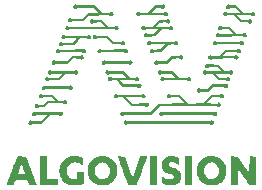
<source format=gts>
G04*
G04 #@! TF.GenerationSoftware,Altium Limited,Altium Designer,23.8.1 (32)*
G04*
G04 Layer_Color=8388736*
%FSLAX25Y25*%
%MOIN*%
G70*
G04*
G04 #@! TF.SameCoordinates,475EB795-6623-4B10-B830-88ECEB9CBB52*
G04*
G04*
G04 #@! TF.FilePolarity,Negative*
G04*
G01*
G75*
G36*
X278043Y85272D02*
X278362Y85069D01*
X278507Y84750D01*
X278449Y84228D01*
X278333Y84112D01*
X278304Y84025D01*
X278188Y83967D01*
X277898Y83851D01*
X277434Y83909D01*
X277231Y84054D01*
X277202Y84141D01*
X275289Y84083D01*
X273752Y82547D01*
X278014Y82518D01*
X278101Y82605D01*
X278130Y82692D01*
X278246Y82750D01*
X278536Y82866D01*
X278999Y82808D01*
X279318Y82489D01*
X279376Y82257D01*
X279318Y81793D01*
X279115Y81532D01*
X278999Y81474D01*
X278710Y81358D01*
X278333Y81445D01*
X278130Y81590D01*
X278014Y81706D01*
X270128Y81648D01*
X269954Y81474D01*
X269548Y81358D01*
X269171Y81503D01*
X269085Y81590D01*
X268998Y81619D01*
X268939Y81735D01*
X268824Y82025D01*
X268882Y82431D01*
X269142Y82750D01*
X269432Y82866D01*
X269896Y82808D01*
X270012Y82750D01*
X270041Y82721D01*
X270244Y82518D01*
X272621Y82576D01*
X275057Y85011D01*
X277202Y85069D01*
X277318Y85185D01*
X277608Y85301D01*
X277811Y85330D01*
X278043Y85272D01*
D02*
G37*
G36*
X299641Y85301D02*
X299931Y85127D01*
X300047Y85011D01*
X302250Y84953D01*
X304686Y82518D01*
X307063Y82576D01*
X307295Y82808D01*
X307527Y82866D01*
X307991Y82808D01*
X308252Y82605D01*
X308368Y82315D01*
X308397Y82054D01*
X308339Y81822D01*
X308049Y81474D01*
X307643Y81358D01*
X307266Y81503D01*
X307092Y81619D01*
X307063Y81706D01*
X302453Y81677D01*
X304048Y80083D01*
X306135Y80141D01*
X306367Y80373D01*
X306773Y80431D01*
X307063Y80373D01*
X307382Y80112D01*
X307498Y79706D01*
X307411Y79387D01*
X307266Y79184D01*
X307121Y79039D01*
X306715Y78923D01*
X306338Y79068D01*
X306135Y79271D01*
X303642Y79329D01*
X301265Y81706D01*
X299119Y81648D01*
X298945Y81474D01*
X298539Y81358D01*
X298163Y81503D01*
X297931Y81735D01*
X297815Y82025D01*
X297873Y82431D01*
X298134Y82750D01*
X298424Y82866D01*
X298945Y82808D01*
X299235Y82518D01*
X303439Y82547D01*
X303381Y82663D01*
X301845Y84199D01*
X300047Y84141D01*
X299989Y84083D01*
X299960Y84054D01*
X299815Y83909D01*
X299409Y83851D01*
X299061Y83909D01*
X298800Y84170D01*
X298685Y84460D01*
X298743Y84924D01*
X299061Y85243D01*
X299293Y85301D01*
X299467Y85359D01*
X299641Y85301D01*
D02*
G37*
G36*
X248791D02*
X249080Y85127D01*
X249197Y85011D01*
X254937Y84953D01*
X257372Y82518D01*
X259981Y82576D01*
X260097Y82692D01*
X260387Y82808D01*
X260590Y82837D01*
X260822Y82779D01*
X261112Y82605D01*
X261170Y82489D01*
X261286Y82199D01*
X261228Y81735D01*
X261112Y81619D01*
X261083Y81532D01*
X260967Y81474D01*
X260677Y81358D01*
X260213Y81416D01*
X259865Y81648D01*
X252965Y81590D01*
X251052Y79677D01*
X247399Y79619D01*
X247225Y79445D01*
X246819Y79329D01*
X246442Y79474D01*
X246152Y79764D01*
X246094Y80170D01*
X246152Y80401D01*
X246413Y80720D01*
X246703Y80836D01*
X247167Y80778D01*
X247486Y80518D01*
X250704Y80489D01*
X252733Y82518D01*
X256183Y82547D01*
X255024Y83706D01*
X254995Y83736D01*
X254531Y84199D01*
X249197Y84141D01*
X248965Y83909D01*
X248559Y83851D01*
X248211Y83909D01*
X247950Y84170D01*
X247834Y84460D01*
X247892Y84924D01*
X248211Y85243D01*
X248443Y85301D01*
X248617Y85359D01*
X248791Y85301D01*
D02*
G37*
G36*
X279869Y80373D02*
X280188Y80054D01*
X280246Y79648D01*
X280188Y79358D01*
X280072Y79242D01*
X280014Y79126D01*
X279753Y78981D01*
X279521Y78923D01*
X279289Y78981D01*
X278999Y79155D01*
X278884Y79271D01*
X276564Y79213D01*
X275202Y77850D01*
X279695Y77821D01*
X279927Y78053D01*
X280333Y78169D01*
X280652Y78082D01*
X280739Y77995D01*
X280855Y77937D01*
X280942Y77850D01*
X281058Y77560D01*
X281000Y77096D01*
X280739Y76778D01*
X280449Y76662D01*
X279985Y76720D01*
X279869Y76836D01*
X279782Y76865D01*
X279724Y76981D01*
X277434Y77010D01*
X275057Y74632D01*
X272737Y74574D01*
X272505Y74342D01*
X272099Y74284D01*
X271810Y74342D01*
X271491Y74661D01*
X271433Y74893D01*
X271491Y75415D01*
X271752Y75676D01*
X272158Y75792D01*
X272476Y75705D01*
X272679Y75560D01*
X272795Y75444D01*
X274767Y75502D01*
X276245Y76981D01*
X271926Y77010D01*
X271694Y76778D01*
X271404Y76662D01*
X270940Y76720D01*
X270621Y76981D01*
X270505Y77386D01*
X270563Y77734D01*
X270940Y78111D01*
X271346Y78169D01*
X271752Y77937D01*
X271868Y77821D01*
X274071Y77879D01*
X276274Y80083D01*
X277724D01*
X278884Y80141D01*
X278999Y80257D01*
X279115Y80314D01*
X279405Y80431D01*
X279869Y80373D01*
D02*
G37*
G36*
X254357D02*
X254676Y80112D01*
X255865Y80083D01*
X255922D01*
X257488Y80025D01*
X259691Y77821D01*
X261663Y77879D01*
X261837Y78053D01*
X262127Y78169D01*
X262532Y78111D01*
X262648Y77995D01*
X262764Y77937D01*
X262851Y77850D01*
X262967Y77560D01*
X262909Y77096D01*
X262648Y76778D01*
X262358Y76662D01*
X261895Y76720D01*
X261779Y76836D01*
X261692Y76865D01*
X261634Y76981D01*
X246587Y77010D01*
X246500Y76923D01*
X246471Y76836D01*
X246355Y76778D01*
X246065Y76662D01*
X245659Y76720D01*
X245341Y76981D01*
X245225Y77271D01*
X245283Y77734D01*
X245544Y78053D01*
X245950Y78169D01*
X246239Y78111D01*
X246558Y77850D01*
X258474Y77821D01*
X258503Y77850D01*
X257082Y79271D01*
X254589Y79213D01*
X254415Y79039D01*
X254009Y78923D01*
X253632Y79068D01*
X253400Y79300D01*
X253284Y79590D01*
X253342Y79996D01*
X253603Y80314D01*
X253893Y80431D01*
X254357Y80373D01*
D02*
G37*
G36*
X297235Y78082D02*
X297612Y77821D01*
X300105Y77763D01*
X302424Y75444D01*
X304396Y75502D01*
X304512Y75618D01*
X304628Y75676D01*
X304918Y75792D01*
X305265Y75734D01*
X305584Y75473D01*
X305700Y75183D01*
X305758Y75009D01*
X305700Y74835D01*
X305497Y74458D01*
X305381Y74400D01*
X305092Y74284D01*
X304628Y74342D01*
X304338Y74632D01*
X296684Y74574D01*
X296452Y74342D01*
X296046Y74284D01*
X295756Y74342D01*
X295496Y74545D01*
X295438Y74661D01*
X295321Y74951D01*
X295379Y75299D01*
X295640Y75618D01*
X296046Y75792D01*
X296394Y75734D01*
X296510Y75618D01*
X296626Y75560D01*
X296684Y75444D01*
X301236Y75473D01*
X299699Y77010D01*
X297496Y76952D01*
X297264Y76720D01*
X297032Y76662D01*
X296568Y76720D01*
X296249Y77039D01*
X296191Y77271D01*
Y77444D01*
Y77502D01*
X296249Y77734D01*
X296510Y78053D01*
X296916Y78169D01*
X297235Y78082D01*
D02*
G37*
G36*
X253429Y75038D02*
X253690Y74835D01*
X253806Y74545D01*
X253748Y74023D01*
X253429Y73704D01*
X253197Y73647D01*
X252733Y73704D01*
X252618Y73821D01*
X252531Y73849D01*
X252472Y73966D01*
X250066Y73994D01*
X249341Y73270D01*
X249284Y73154D01*
X247950Y71820D01*
X247921Y71733D01*
X244326Y71675D01*
X244268Y71559D01*
X244152Y71501D01*
X243862Y71385D01*
X243456Y71443D01*
X243137Y71704D01*
X243021Y71994D01*
X243079Y72458D01*
X243282Y72719D01*
X243398Y72777D01*
X243688Y72893D01*
X244036Y72835D01*
X244355Y72574D01*
X247515Y72545D01*
X247950Y72980D01*
X247979Y73009D01*
X248878Y73908D01*
X248849Y73994D01*
X245254Y73936D01*
X245080Y73763D01*
X244790Y73647D01*
X244268Y73704D01*
X243949Y74023D01*
X243891Y74429D01*
X243949Y74719D01*
X244065Y74835D01*
X244123Y74951D01*
X244616Y75154D01*
X244935Y75067D01*
X245138Y74922D01*
X245254Y74806D01*
X252502Y74864D01*
X252675Y75038D01*
X253139Y75154D01*
X253429Y75038D01*
D02*
G37*
G36*
X304309Y73038D02*
X304396Y72951D01*
X304512Y72893D01*
X304599Y72806D01*
X304715Y72516D01*
X304657Y71994D01*
X304338Y71675D01*
X304106Y71617D01*
X303642Y71675D01*
X303526Y71791D01*
X303439Y71820D01*
X303381Y71936D01*
X295814Y71965D01*
X295524Y71675D01*
X295119Y71617D01*
X294829Y71675D01*
X294568Y71878D01*
X294510Y71994D01*
X294394Y72284D01*
X294452Y72632D01*
X294713Y72951D01*
X295119Y73125D01*
X295438Y73038D01*
X295640Y72893D01*
X295756Y72777D01*
X303062D01*
X303410Y72835D01*
X303584Y73009D01*
X303990Y73125D01*
X304309Y73038D01*
D02*
G37*
G36*
X282362Y73067D02*
X282681Y72806D01*
X282797Y72690D01*
X282855Y72284D01*
X282797Y72052D01*
X282536Y71733D01*
X282246Y71617D01*
X281783Y71675D01*
X281522Y71878D01*
X281493Y71965D01*
X279579Y71907D01*
X277086Y69414D01*
X274709Y69356D01*
X274535Y69182D01*
X274245Y69066D01*
X273781Y69124D01*
X273665Y69240D01*
X273549Y69298D01*
X273404Y69559D01*
X273346Y69791D01*
X273404Y70081D01*
X273665Y70399D01*
X273781Y70516D01*
X274187Y70574D01*
X274477Y70458D01*
X274825Y70226D01*
X276796Y70284D01*
X278449Y71936D01*
X273781Y71965D01*
X273694Y71878D01*
X273665Y71791D01*
X273549Y71733D01*
X273259Y71617D01*
X272795Y71675D01*
X272476Y71994D01*
X272418Y72400D01*
X272476Y72690D01*
X272679Y72951D01*
X272795Y73009D01*
X273085Y73125D01*
X273433Y73067D01*
X273578Y72980D01*
X273607Y72951D01*
X273781Y72777D01*
X281551Y72835D01*
X281725Y73009D01*
X282131Y73125D01*
X282362Y73067D01*
D02*
G37*
G36*
X255314Y75067D02*
X255517Y74922D01*
X255632Y74806D01*
X259343Y74748D01*
X261315Y72777D01*
X263808Y72835D01*
X263982Y73009D01*
X264388Y73125D01*
X264765Y72980D01*
X264997Y72748D01*
X265113Y72458D01*
X265055Y72052D01*
X264794Y71733D01*
X264504Y71617D01*
X264040Y71675D01*
X263721Y71936D01*
X260938Y71994D01*
X258938Y73994D01*
X257256D01*
X255604Y73966D01*
X255546Y73849D01*
X255169Y73647D01*
X254647Y73704D01*
X254328Y74023D01*
X254270Y74255D01*
X254328Y74719D01*
X254531Y74980D01*
X254647Y75038D01*
X254937Y75154D01*
X255314Y75067D01*
D02*
G37*
G36*
X265664Y70516D02*
X265779Y70399D01*
X265895Y70342D01*
X266040Y70081D01*
X266098Y69849D01*
X266040Y69501D01*
X265779Y69182D01*
X265490Y69066D01*
X265026Y69124D01*
X264910Y69240D01*
X264794Y69298D01*
X264736Y69414D01*
X257256Y69356D01*
X257082Y69182D01*
X256792Y69066D01*
X256328Y69124D01*
X256009Y69443D01*
X255893Y69849D01*
X256038Y70226D01*
X256270Y70458D01*
X256560Y70574D01*
X256966Y70516D01*
X257082Y70399D01*
X257198Y70342D01*
X257314Y70226D01*
X257952D01*
X264794Y70284D01*
X264852Y70399D01*
X264968Y70458D01*
X265258Y70574D01*
X265664Y70516D01*
D02*
G37*
G36*
X251690D02*
X252009Y70255D01*
X252125Y69965D01*
X252067Y69443D01*
X251806Y69182D01*
X251516Y69066D01*
X251052Y69124D01*
X250762Y69414D01*
X243456Y69356D01*
X243282Y69182D01*
X242992Y69066D01*
X242529Y69124D01*
X242210Y69443D01*
X242094Y69849D01*
X242239Y70226D01*
X242471Y70458D01*
X242760Y70574D01*
X243166Y70516D01*
X243485Y70255D01*
X246065Y70226D01*
X246123D01*
X250820Y70284D01*
X250994Y70458D01*
X251284Y70574D01*
X251690Y70516D01*
D02*
G37*
G36*
X303352D02*
X303468Y70399D01*
X303555Y70371D01*
X303613Y70255D01*
X303729Y70139D01*
X303787Y69733D01*
X303671Y69443D01*
X303526Y69240D01*
X303410Y69182D01*
X303120Y69066D01*
X302714Y69124D01*
X302598Y69240D01*
X302482Y69298D01*
X302424Y69414D01*
X298656Y69356D01*
X297409Y68109D01*
X301613Y68080D01*
X301845Y68312D01*
X302308Y68428D01*
X302714Y68196D01*
X302859Y68051D01*
X302975Y67761D01*
X302917Y67356D01*
X302656Y67037D01*
X302540Y66979D01*
X302366Y66921D01*
X301845Y66979D01*
X301555Y67269D01*
X294133Y67211D01*
X293959Y67037D01*
X293669Y66921D01*
X293147Y66979D01*
X292828Y67298D01*
X292770Y67703D01*
X292828Y67993D01*
X292944Y68109D01*
X292973Y68196D01*
X293089Y68254D01*
X293495Y68428D01*
X293727Y68370D01*
X294017Y68196D01*
X294133Y68080D01*
X296278Y68138D01*
X298366Y70226D01*
X299467D01*
X302453Y70255D01*
X302511Y70371D01*
X302772Y70516D01*
X303004Y70574D01*
X303352Y70516D01*
D02*
G37*
G36*
X283986Y68370D02*
X284276Y68196D01*
X284421Y68051D01*
X284537Y67645D01*
X284450Y67326D01*
X284305Y67124D01*
X284218Y67037D01*
X283928Y66921D01*
X283406Y66979D01*
X283116Y67269D01*
X280623Y67211D01*
X278941Y65529D01*
X276129Y65500D01*
X276071Y65384D01*
X275810Y65239D01*
X275578Y65181D01*
X275289Y65239D01*
X274970Y65500D01*
X274796Y65906D01*
X274854Y66254D01*
X274970Y66370D01*
X275028Y66486D01*
X275115Y66573D01*
X275405Y66689D01*
X275868Y66631D01*
X276187Y66370D01*
X278594Y66341D01*
X278767Y66515D01*
X278797Y66544D01*
X280333Y68080D01*
X283232Y68138D01*
X283406Y68312D01*
X283812Y68428D01*
X283986Y68370D01*
D02*
G37*
G36*
X250936D02*
X251255Y68051D01*
X251371Y67761D01*
X251313Y67356D01*
X251197Y67239D01*
X251139Y67124D01*
X250878Y66979D01*
X250646Y66921D01*
X250298Y66979D01*
X249979Y67239D01*
X247689Y67269D01*
X245950Y65529D01*
X241949Y65471D01*
X241833Y65355D01*
X241717Y65297D01*
X241427Y65181D01*
X241079Y65239D01*
X240760Y65500D01*
X240702Y65616D01*
X240644Y65790D01*
X240702Y66312D01*
X240818Y66428D01*
X240847Y66515D01*
X240963Y66573D01*
X241137Y66689D01*
X241195D01*
X241717Y66631D01*
X242007Y66341D01*
X245659Y66399D01*
X247341Y68080D01*
X250037Y68109D01*
X250095Y68225D01*
X250356Y68370D01*
X250588Y68428D01*
X250936Y68370D01*
D02*
G37*
G36*
X267171Y66631D02*
X267490Y66370D01*
X267606Y66080D01*
X267548Y65616D01*
X267432Y65500D01*
X267403Y65413D01*
X267287Y65355D01*
X266881Y65181D01*
X266562Y65268D01*
X266359Y65413D01*
X266243Y65529D01*
X262938D01*
X258648Y65471D01*
X258532Y65355D01*
X258416Y65297D01*
X258126Y65181D01*
X257778Y65239D01*
X257459Y65500D01*
X257401Y65616D01*
X257343Y65790D01*
X257401Y66312D01*
X257517Y66428D01*
X257546Y66515D01*
X257662Y66573D01*
X257952Y66689D01*
X258416Y66631D01*
X258706Y66341D01*
X266243Y66399D01*
X266417Y66573D01*
X266707Y66689D01*
X267171Y66631D01*
D02*
G37*
G36*
X292799Y65529D02*
X293118Y65268D01*
X296307Y65210D01*
X298482Y63036D01*
X299757Y63094D01*
X299931Y63268D01*
X300221Y63384D01*
X300627Y63326D01*
X300946Y63065D01*
X301062Y62775D01*
X301004Y62311D01*
X300743Y61992D01*
X300453Y61876D01*
X300105Y61934D01*
X300047D01*
X299931Y61992D01*
X299699Y62224D01*
X295496Y62195D01*
X296858Y60832D01*
X298945Y60890D01*
X299003Y61006D01*
X299119Y61064D01*
X299409Y61180D01*
X299815Y61122D01*
X300134Y60861D01*
X300250Y60456D01*
X300192Y60108D01*
X299931Y59789D01*
X299641Y59673D01*
X299177Y59731D01*
X299061Y59847D01*
X298974Y59876D01*
X298916Y59992D01*
X296481Y60050D01*
X294307Y62224D01*
X292335Y62166D01*
X292161Y61992D01*
X291872Y61876D01*
X291408Y61934D01*
X291089Y62253D01*
X291031Y62485D01*
X291089Y63007D01*
X291350Y63268D01*
X291640Y63384D01*
X292045Y63326D01*
X292364Y63065D01*
X297264Y63036D01*
X297293Y63065D01*
X295930Y64427D01*
X293089Y64369D01*
X292857Y64138D01*
X292451Y64079D01*
X292219Y64138D01*
X291901Y64398D01*
X291785Y64688D01*
X291843Y65152D01*
X292104Y65471D01*
X292509Y65587D01*
X292799Y65529D01*
D02*
G37*
G36*
X249080Y63326D02*
X249197Y63210D01*
X249284Y63181D01*
X249341Y63065D01*
X249457Y62949D01*
X249515Y62543D01*
X249399Y62253D01*
X249254Y62050D01*
X249138Y61992D01*
X248849Y61876D01*
X248443Y61934D01*
X248327Y62050D01*
X248211Y62108D01*
X248153Y62224D01*
X245254Y62166D01*
X244442Y61354D01*
X244413Y61325D01*
X243108Y60021D01*
X239803Y59963D01*
X239571Y59731D01*
X239339Y59673D01*
X238876Y59731D01*
X238760Y59847D01*
X238673Y59876D01*
X238615Y59992D01*
X238499Y60282D01*
X238557Y60746D01*
X238818Y61064D01*
X239282Y61180D01*
X239803Y60890D01*
X239977Y60832D01*
X242818Y60890D01*
X244123Y62195D01*
X240731Y62224D01*
X240499Y61992D01*
X240209Y61876D01*
X239745Y61934D01*
X239426Y62253D01*
X239311Y62659D01*
X239455Y63036D01*
X239687Y63268D01*
X239977Y63384D01*
X240383Y63326D01*
X240702Y63065D01*
X248153Y63036D01*
X248269Y63210D01*
X248385Y63268D01*
X248675Y63384D01*
X249080Y63326D01*
D02*
G37*
G36*
X277086D02*
X277405Y63065D01*
X281232Y63007D01*
X283406Y60832D01*
X285783Y60890D01*
X285957Y61064D01*
X286421Y61180D01*
X286827Y60948D01*
X287030Y60746D01*
X287088Y60340D01*
X287030Y60108D01*
X286769Y59789D01*
X286479Y59673D01*
X285957Y59731D01*
X285667Y60021D01*
X278246Y59963D01*
X278014Y59731D01*
X277782Y59673D01*
X277318Y59731D01*
X276999Y59992D01*
X276883Y60398D01*
X276941Y60688D01*
X277202Y61006D01*
X277608Y61180D01*
X277840Y61122D01*
X278130Y60948D01*
X278246Y60832D01*
X282218Y60861D01*
X280855Y62224D01*
X277376Y62166D01*
X277144Y61934D01*
X276738Y61876D01*
X276506Y61934D01*
X276187Y62195D01*
X276158Y62282D01*
X276129Y62311D01*
X276071Y62543D01*
X276129Y62949D01*
X276390Y63268D01*
X276680Y63384D01*
X277086Y63326D01*
D02*
G37*
G36*
X259575D02*
X259894Y63065D01*
X264823Y63007D01*
X266997Y60832D01*
X268447Y60890D01*
X268679Y61122D01*
X269085Y61180D01*
X269316Y61122D01*
X269635Y60861D01*
X269751Y60571D01*
X269693Y60108D01*
X269432Y59789D01*
X269142Y59673D01*
X268679Y59731D01*
X268650Y59760D01*
X268621Y59789D01*
X268389Y60021D01*
X263489Y59992D01*
X264852Y58629D01*
X269316Y58687D01*
X269490Y58861D01*
X269896Y58977D01*
X270128Y58919D01*
X270244Y58861D01*
X270447Y58716D01*
X270505Y58600D01*
X270621Y58310D01*
X270563Y57846D01*
X270244Y57527D01*
X270012Y57469D01*
X269548Y57527D01*
X269229Y57788D01*
X264475Y57846D01*
X263083Y59238D01*
X263025Y59354D01*
X262358Y60021D01*
X260648Y59992D01*
X260590Y59876D01*
X260213Y59673D01*
X259749Y59731D01*
X259633Y59847D01*
X259517Y59905D01*
X259372Y60166D01*
X259314Y60398D01*
X259372Y60746D01*
X259488Y60861D01*
X259546Y60977D01*
X259807Y61122D01*
X260039Y61180D01*
X260387Y61122D01*
X260503Y61006D01*
X260619Y60948D01*
X260677Y60832D01*
X265808Y60861D01*
X264446Y62224D01*
X259865Y62166D01*
X259691Y61992D01*
X259401Y61876D01*
X258938Y61934D01*
X258619Y62253D01*
X258503Y62659D01*
X258648Y63036D01*
X258880Y63268D01*
X259170Y63384D01*
X259575Y63326D01*
D02*
G37*
G36*
X247225Y58223D02*
X247341Y58107D01*
X247428Y58078D01*
X247486Y57962D01*
X247602Y57672D01*
X247660Y57499D01*
X247602Y57324D01*
X247428Y57035D01*
X247283Y56890D01*
X246877Y56774D01*
X246558Y56861D01*
X246471Y56948D01*
X246355Y57006D01*
X246239Y57122D01*
X238702Y57064D01*
X238586Y56948D01*
X238470Y56890D01*
X238180Y56774D01*
X237832Y56832D01*
X237513Y57093D01*
X237339Y57499D01*
X237426Y57817D01*
X237600Y58107D01*
X237716Y58165D01*
X238006Y58281D01*
X238470Y58223D01*
X238702Y57991D01*
X238731Y57962D01*
X246239Y57933D01*
X246529Y58223D01*
X246935Y58281D01*
X247225Y58223D01*
D02*
G37*
G36*
X299090Y58832D02*
X299322Y58600D01*
X299438Y58136D01*
X299380Y57962D01*
X299322Y57846D01*
X299119Y57585D01*
X298829Y57469D01*
X298308Y57527D01*
X298018Y57817D01*
X294423Y57759D01*
X292915Y56252D01*
X290248Y56194D01*
X290074Y56020D01*
X289668Y55904D01*
X289349Y55991D01*
X289146Y56136D01*
X289117Y56165D01*
X288943Y56571D01*
X289001Y57035D01*
X289320Y57354D01*
X289552Y57411D01*
X290016Y57354D01*
X290306Y57064D01*
X292625Y57122D01*
X294133Y58629D01*
X298105Y58658D01*
X298163Y58774D01*
X298482Y58919D01*
X298713Y58977D01*
X299090Y58832D01*
D02*
G37*
G36*
X271520Y55440D02*
X271839Y55179D01*
X271955Y54889D01*
X271897Y54367D01*
X271636Y54106D01*
X271346Y53991D01*
X270940Y54049D01*
X270621Y54309D01*
X265605Y54338D01*
X265577Y54309D01*
X267635Y52251D01*
X271752Y52309D01*
X271984Y52541D01*
X272390Y52599D01*
X272679Y52541D01*
X272998Y52280D01*
X273114Y51874D01*
X273056Y51584D01*
X272795Y51265D01*
X272390Y51091D01*
X272071Y51178D01*
X271868Y51323D01*
X271752Y51439D01*
X267229Y51497D01*
X264388Y54338D01*
X262706Y54280D01*
X262532Y54106D01*
X262243Y53991D01*
X261837Y54049D01*
X261518Y54309D01*
X261402Y54599D01*
X261460Y55121D01*
X261721Y55382D01*
X262011Y55498D01*
X262474Y55440D01*
X262764Y55150D01*
X265895D01*
X270650Y55208D01*
X270824Y55382D01*
X271114Y55498D01*
X271520Y55440D01*
D02*
G37*
G36*
X280101D02*
X280391Y55150D01*
X283290Y55092D01*
X286073Y52309D01*
X286305Y52251D01*
X291060Y52309D01*
X293901Y55150D01*
X296800Y55208D01*
X296916Y55324D01*
X297206Y55440D01*
X297670Y55382D01*
X297989Y55121D01*
X298105Y54715D01*
X298047Y54367D01*
X297728Y54049D01*
X297322Y53932D01*
X296945Y54078D01*
X296742Y54280D01*
X294597Y54338D01*
X294191Y54280D01*
X292799Y52889D01*
X292770Y52860D01*
X292191Y52280D01*
X295640Y52251D01*
X295930Y52541D01*
X296162Y52599D01*
X296626Y52541D01*
X296887Y52338D01*
X297003Y52048D01*
X297032Y51787D01*
X296974Y51555D01*
X296829Y51352D01*
X296684Y51207D01*
X296278Y51091D01*
X296046Y51149D01*
X295930Y51207D01*
X295727Y51352D01*
X295698Y51439D01*
X276738Y51381D01*
X273839Y48482D01*
X264852Y48424D01*
X264620Y48192D01*
X264214Y48134D01*
X263895Y48221D01*
X263808Y48308D01*
X263721Y48337D01*
X263663Y48453D01*
X263547Y48743D01*
X263489Y48917D01*
X263547Y49091D01*
X263721Y49381D01*
X263866Y49526D01*
X264156Y49642D01*
X264562Y49584D01*
X264881Y49323D01*
X273491Y49294D01*
X276448Y52251D01*
X284943Y52280D01*
X282884Y54338D01*
X280333Y54280D01*
X280159Y54106D01*
X279869Y53991D01*
X279463Y54049D01*
X279144Y54309D01*
X279029Y54599D01*
X279086Y55063D01*
X279347Y55382D01*
X279637Y55498D01*
X280101Y55440D01*
D02*
G37*
G36*
X237368D02*
X237658Y55150D01*
X241137Y55092D01*
X243108Y53121D01*
X244558Y53179D01*
X244616Y53295D01*
X244732Y53353D01*
X245022Y53469D01*
X245428Y53411D01*
X245746Y53150D01*
X245863Y52744D01*
X245805Y52396D01*
X245544Y52077D01*
X245254Y51961D01*
X244790Y52019D01*
X244674Y52135D01*
X244587Y52164D01*
X244529Y52280D01*
X239513Y52309D01*
X238180Y50975D01*
X236295Y50946D01*
X236237Y50831D01*
X235977Y50686D01*
X235745Y50627D01*
X235426Y50714D01*
X235223Y50859D01*
X235078Y51004D01*
X234962Y51468D01*
X235252Y51990D01*
X235571Y52135D01*
X236092Y52077D01*
X236382Y51787D01*
X237890Y51845D01*
X239165Y53121D01*
X241920Y53150D01*
X240731Y54338D01*
X237600Y54280D01*
X237426Y54106D01*
X237136Y53991D01*
X236730Y54049D01*
X236469Y54251D01*
X236440Y54280D01*
X236295Y54599D01*
X236353Y55063D01*
X236614Y55382D01*
X236904Y55498D01*
X237368Y55440D01*
D02*
G37*
G36*
X295466Y49584D02*
X295785Y49323D01*
X295901Y49033D01*
X295843Y48511D01*
X295582Y48250D01*
X295292Y48134D01*
X294829Y48192D01*
X294539Y48482D01*
X284624D01*
X277840Y48424D01*
X277666Y48250D01*
X277376Y48134D01*
X276912Y48192D01*
X276796Y48308D01*
X276680Y48366D01*
X276535Y48627D01*
X276477Y48859D01*
X276564Y49178D01*
X276709Y49381D01*
X276854Y49526D01*
X277144Y49642D01*
X277550Y49584D01*
X277666Y49468D01*
X277782Y49410D01*
X277840Y49294D01*
X294597Y49352D01*
X294771Y49526D01*
X295061Y49642D01*
X295466Y49584D01*
D02*
G37*
G36*
X243978D02*
X244297Y49323D01*
X244471Y48917D01*
X244384Y48540D01*
X244297Y48453D01*
X244239Y48337D01*
X243862Y48134D01*
X243398Y48192D01*
X243079Y48453D01*
X240209Y48482D01*
X239282Y47554D01*
X239252Y47526D01*
X237194Y45467D01*
X234179Y45409D01*
X234063Y45293D01*
X233947Y45235D01*
X233773Y45177D01*
X233541Y45119D01*
X233367Y45177D01*
X233251Y45235D01*
X232990Y45438D01*
X232874Y45728D01*
X232932Y46250D01*
X233048Y46366D01*
X233077Y46453D01*
X233193Y46511D01*
X233483Y46627D01*
X233947Y46569D01*
X234063Y46453D01*
X234150Y46424D01*
X234179Y46337D01*
X236962Y46395D01*
X239021Y48453D01*
X235397Y48482D01*
X235107Y48192D01*
X234701Y48134D01*
X234469Y48192D01*
X234150Y48453D01*
X234034Y48743D01*
X234092Y49207D01*
X234353Y49526D01*
X234759Y49642D01*
X235049Y49584D01*
X235368Y49323D01*
X243108Y49294D01*
X243224Y49468D01*
X243340Y49526D01*
X243630Y49642D01*
X243978Y49584D01*
D02*
G37*
G36*
X294423Y46569D02*
X294684Y46308D01*
X294800Y46018D01*
X294742Y45612D01*
X294481Y45293D01*
X294075Y45119D01*
X293843Y45177D01*
X293553Y45351D01*
X293437Y45467D01*
X265895Y45409D01*
X265722Y45235D01*
X265258Y45119D01*
X264852Y45351D01*
X264707Y45496D01*
X264591Y45786D01*
X264649Y46192D01*
X264910Y46511D01*
X265026Y46569D01*
X265200Y46627D01*
X265722Y46569D01*
X265953Y46337D01*
X266649D01*
X293495Y46395D01*
X293611Y46511D01*
X293901Y46627D01*
X294423Y46569D01*
D02*
G37*
G36*
X281551Y34682D02*
X281725Y34624D01*
X282101Y34537D01*
X282739Y34306D01*
X283203Y34074D01*
X283174Y31725D01*
X282420Y32247D01*
X281899Y32479D01*
X281493Y32595D01*
X281261Y32653D01*
X280507Y32711D01*
X280043Y32595D01*
X279724Y32334D01*
X279608Y31928D01*
X279666Y31696D01*
X279724Y31580D01*
X279753Y31551D01*
X279811Y31435D01*
X279927Y31377D01*
X280565Y31087D01*
X281377Y30856D01*
X281928Y30653D01*
X282218Y30537D01*
X282681Y30247D01*
X282884Y30102D01*
X283145Y29899D01*
X283203Y29783D01*
X283319Y29667D01*
X283377Y29551D01*
X283667Y28913D01*
X283754Y28420D01*
X283783Y27464D01*
X283725Y27290D01*
X283667Y26942D01*
X283261Y26188D01*
X283000Y25869D01*
X282420Y25463D01*
X282304Y25405D01*
X281783Y25173D01*
X281464Y25086D01*
X281174Y25028D01*
X280826Y24970D01*
X279463Y24941D01*
X279289Y24999D01*
X278738Y25086D01*
X277927Y25376D01*
X277463Y25608D01*
X277492Y27956D01*
X277898Y27667D01*
X278014Y27608D01*
X278884Y27203D01*
X279289Y27087D01*
X279695Y27029D01*
X280217Y26971D01*
X280391Y27029D01*
X280913Y27087D01*
X281290Y27348D01*
X281406Y27637D01*
X281348Y28159D01*
X281203Y28362D01*
X281087Y28420D01*
X280565Y28652D01*
X279753Y28884D01*
X279029Y29145D01*
X278246Y29580D01*
X277753Y30073D01*
X277695Y30189D01*
X277405Y30827D01*
X277289Y31522D01*
X277347Y32566D01*
X277405Y32740D01*
X277550Y33117D01*
X277840Y33581D01*
X278362Y34103D01*
X278478Y34161D01*
X278825Y34392D01*
X279202Y34537D01*
X279521Y34624D01*
X279753Y34682D01*
X280333Y34740D01*
X281551Y34682D01*
D02*
G37*
G36*
X249428D02*
X249602Y34624D01*
X249979Y34537D01*
X250617Y34306D01*
X251110Y34045D01*
X251139Y31638D01*
X251052Y31609D01*
X250820Y31841D01*
X250704Y31899D01*
X250356Y32131D01*
X249834Y32363D01*
X249138Y32537D01*
X248559Y32595D01*
X247573Y32537D01*
X247283Y32421D01*
X246761Y32131D01*
X246442Y31870D01*
X246036Y31290D01*
X245805Y30537D01*
X245746Y29957D01*
X245805Y29029D01*
X245863Y28855D01*
X246007Y28478D01*
X246036Y28449D01*
X246326Y27927D01*
X246819Y27435D01*
X247457Y27145D01*
X247921Y27029D01*
X249138Y27087D01*
X249197Y29580D01*
X251487Y29551D01*
X251429Y25608D01*
X251168Y25463D01*
X250762Y25289D01*
X250356Y25173D01*
X249892Y25057D01*
X249312Y24999D01*
X249080Y24941D01*
X247167Y24999D01*
X246993Y25057D01*
X246616Y25144D01*
X246384Y25202D01*
X245805Y25434D01*
X245225Y25782D01*
X244877Y26014D01*
X244239Y26652D01*
X244181Y26768D01*
X244065Y26884D01*
X244007Y27000D01*
X243543Y27985D01*
X243369Y28681D01*
X243253Y29841D01*
X243340Y30740D01*
X243398Y31087D01*
X243456Y31319D01*
X243543Y31638D01*
X243717Y32044D01*
X244065Y32682D01*
X244471Y33204D01*
X244964Y33697D01*
X245080Y33755D01*
X245196Y33871D01*
X245312Y33929D01*
X245659Y34161D01*
X246297Y34450D01*
X246529Y34508D01*
X246935Y34624D01*
X247747Y34740D01*
X249428Y34682D01*
D02*
G37*
G36*
X308860Y34566D02*
X308889Y25144D01*
X306599Y25115D01*
X306512Y25202D01*
X306454Y25318D01*
X305874Y26130D01*
X305816Y26246D01*
X305700Y26362D01*
X305642Y26478D01*
X305063Y27290D01*
X305005Y27406D01*
X304425Y28217D01*
X304367Y28333D01*
X304251Y28449D01*
X304193Y28565D01*
X303613Y29377D01*
X303555Y29493D01*
X302975Y30305D01*
X302917Y30421D01*
X302801Y30537D01*
X302743Y30653D01*
X302714Y30682D01*
X302656Y25115D01*
X300366Y25144D01*
X300395Y34624D01*
X302772Y34566D01*
X302859Y34479D01*
X302917Y34363D01*
X303207Y33958D01*
X303265Y33842D01*
X303555Y33436D01*
X303787Y33030D01*
X304077Y32624D01*
X304135Y32508D01*
X304425Y32102D01*
X304483Y31986D01*
X304773Y31580D01*
X305005Y31174D01*
X305294Y30769D01*
X305352Y30653D01*
X305642Y30247D01*
X305700Y30131D01*
X305990Y29725D01*
X306222Y29319D01*
X306541Y28884D01*
X306570Y29435D01*
Y29493D01*
X306599Y34624D01*
X308860Y34566D01*
D02*
G37*
G36*
X272534Y34421D02*
X272360Y34016D01*
X272216Y33639D01*
X271984Y33001D01*
X271462Y31609D01*
X271230Y30972D01*
X270708Y29580D01*
X270679Y29551D01*
Y29493D01*
X270534Y29116D01*
X270302Y28478D01*
X269780Y27087D01*
X269548Y26449D01*
X269200Y25521D01*
X269056Y25144D01*
X266127Y25115D01*
X265605Y26507D01*
X265374Y27145D01*
X264504Y29464D01*
X264272Y30102D01*
X263576Y31957D01*
X263344Y32595D01*
X262648Y34450D01*
X262619Y34537D01*
X262706Y34624D01*
X265200Y34566D01*
X265490Y33755D01*
X267171Y28884D01*
X267606Y27637D01*
X267635Y27608D01*
X268273Y29464D01*
X269954Y34392D01*
X270041Y34595D01*
X272505Y34624D01*
X272534Y34421D01*
D02*
G37*
G36*
X287552Y34537D02*
X287523Y25115D01*
X285117Y25144D01*
Y25318D01*
Y25376D01*
X285175Y34595D01*
X287465Y34624D01*
X287552Y34537D01*
D02*
G37*
G36*
X275897Y34595D02*
X275868Y25115D01*
X273520Y25144D01*
Y34306D01*
Y34363D01*
X273549Y34624D01*
X275897Y34595D01*
D02*
G37*
G36*
X239137Y34537D02*
X239165Y27203D01*
X242731Y27174D01*
X242702Y25115D01*
X236701Y25144D01*
Y32914D01*
Y32972D01*
X236759Y34595D01*
X239050Y34624D01*
X239137Y34537D01*
D02*
G37*
G36*
X232092Y34566D02*
X232208Y34277D01*
X232382Y33813D01*
X232613Y33233D01*
X232787Y32769D01*
X233019Y32189D01*
X233193Y31725D01*
X233425Y31145D01*
X233599Y30682D01*
X233831Y30102D01*
X234005Y29638D01*
X234237Y29058D01*
X234411Y28594D01*
X234643Y28014D01*
X234817Y27551D01*
X235049Y26971D01*
X235223Y26507D01*
X235455Y25927D01*
X235629Y25463D01*
X235745Y25173D01*
X235773Y25144D01*
X233135Y25115D01*
X233019Y25405D01*
X232671Y26391D01*
X232498Y26913D01*
X229656D01*
X228700Y26884D01*
X228584Y26594D01*
X228149Y25405D01*
X228033Y25115D01*
X225511Y25144D01*
X225685Y25550D01*
X225830Y25927D01*
X226062Y26507D01*
X226235Y26971D01*
X226467Y27551D01*
X226641Y28014D01*
X226873Y28594D01*
X227047Y29058D01*
X227279Y29638D01*
X227453Y30102D01*
X227685Y30682D01*
X227859Y31145D01*
X228207Y32015D01*
X228381Y32479D01*
X228613Y33059D01*
X228787Y33523D01*
X229019Y34103D01*
X229192Y34566D01*
X229366Y34624D01*
X232092Y34566D01*
D02*
G37*
G36*
X295003Y34682D02*
X295177Y34624D01*
X295409Y34566D01*
X295959Y34363D01*
X296394Y34161D01*
X296945Y33784D01*
X297148Y33639D01*
X297264Y33523D01*
X297380Y33465D01*
X297815Y33030D01*
X297873Y32914D01*
X297989Y32798D01*
X298047Y32682D01*
X298163Y32566D01*
X298626Y31580D01*
X298800Y30885D01*
X298858Y30479D01*
X298916Y29551D01*
X298858Y29377D01*
X298800Y28681D01*
X298743Y28507D01*
X298685Y28275D01*
X298569Y27985D01*
X298395Y27580D01*
X298337Y27464D01*
X297844Y26739D01*
X297699Y26594D01*
X297641Y26478D01*
X297380Y26217D01*
X297264Y26159D01*
X297032Y25927D01*
X296916Y25869D01*
X296800Y25753D01*
X296684Y25695D01*
X295698Y25231D01*
X295119Y25057D01*
X294307Y24941D01*
X292915Y24999D01*
X292741Y25057D01*
X292509Y25115D01*
X291785Y25376D01*
X290944Y25869D01*
X290828Y25985D01*
X290712Y26043D01*
X290045Y26710D01*
X289987Y26826D01*
X289871Y26942D01*
X289813Y27058D01*
X289668Y27261D01*
X289639Y27290D01*
X289291Y28043D01*
X289175Y28449D01*
X289117Y28681D01*
X289001Y29493D01*
X289059Y30827D01*
X289117Y31001D01*
X289204Y31377D01*
X289378Y31841D01*
X289523Y32160D01*
X289581Y32276D01*
X289958Y32827D01*
X290248Y33175D01*
X290770Y33697D01*
X290886Y33755D01*
X291002Y33871D01*
X291118Y33929D01*
X291466Y34161D01*
X291987Y34392D01*
X292741Y34624D01*
X293147Y34682D01*
X293379Y34740D01*
X295003Y34682D01*
D02*
G37*
G36*
X258648D02*
X258822Y34624D01*
X259053Y34566D01*
X259604Y34363D01*
X260503Y33871D01*
X260619Y33755D01*
X260735Y33697D01*
X260967Y33465D01*
X261083Y33407D01*
X261286Y33204D01*
X261344Y33088D01*
X261576Y32856D01*
X261634Y32740D01*
X261750Y32624D01*
X262271Y31522D01*
X262445Y30827D01*
X262504Y30247D01*
X262445Y28739D01*
X262387Y28565D01*
X262330Y28333D01*
X262127Y27782D01*
X261866Y27290D01*
X261489Y26739D01*
X261170Y26420D01*
X261112Y26304D01*
X260909Y26159D01*
X260677Y25927D01*
X260561Y25869D01*
X260358Y25724D01*
X260329Y25695D01*
X260213Y25637D01*
X259343Y25231D01*
X258938Y25115D01*
X258474Y24999D01*
X257720Y24941D01*
X256560Y24999D01*
X256386Y25057D01*
X256154Y25115D01*
X255430Y25376D01*
X254937Y25637D01*
X254212Y26188D01*
X253632Y26768D01*
X253574Y26884D01*
X253458Y27000D01*
X253400Y27116D01*
X253110Y27580D01*
X252965Y27956D01*
X252820Y28449D01*
X252704Y28913D01*
X252646Y29667D01*
X252704Y30885D01*
X252762Y31058D01*
X252849Y31377D01*
X253081Y32015D01*
X253429Y32595D01*
X253574Y32798D01*
X253835Y33117D01*
X253980Y33262D01*
X254038Y33378D01*
X254241Y33523D01*
X254473Y33755D01*
X254589Y33813D01*
X254995Y34103D01*
X255749Y34450D01*
X256154Y34566D01*
X256618Y34682D01*
X257372Y34740D01*
X258648Y34682D01*
D02*
G37*
%LPC*%
G36*
X230642Y32131D02*
X230497Y31812D01*
X229830Y29986D01*
X229598Y29348D01*
X229453Y28913D01*
X231744Y28884D01*
X231773Y28971D01*
X231657Y29261D01*
X231454Y29812D01*
X231164Y30624D01*
X230961Y31290D01*
X230932Y31319D01*
X230787Y31696D01*
X230642Y32131D01*
D02*
G37*
G36*
X294017Y32595D02*
X293321Y32537D01*
X293031Y32421D01*
X292509Y32131D01*
X292191Y31870D01*
X291785Y31290D01*
X291669Y31001D01*
X291553Y30595D01*
X291495Y30189D01*
X291553Y28971D01*
X291669Y28681D01*
X292017Y28043D01*
X292132Y27927D01*
X292191Y27812D01*
X292335Y27667D01*
X292451Y27608D01*
X292567Y27492D01*
X292683Y27435D01*
X293205Y27203D01*
X293901Y27087D01*
X294568Y27174D01*
X295032Y27348D01*
X295496Y27637D01*
X295843Y27985D01*
X295901Y28101D01*
X296133Y28449D01*
X296191Y28681D01*
X296249Y28855D01*
X296278Y28884D01*
X296336Y29116D01*
X296394Y29638D01*
X296423Y30015D01*
X296365Y30189D01*
X296307Y30769D01*
X296133Y31174D01*
X295901Y31580D01*
X295640Y31899D01*
X295409Y32131D01*
X295292Y32189D01*
X295003Y32363D01*
X294713Y32479D01*
X294017Y32595D01*
D02*
G37*
G36*
X257662D02*
X256966Y32537D01*
X256676Y32421D01*
X256154Y32131D01*
X255836Y31870D01*
X255719Y31754D01*
X255662Y31638D01*
X255546Y31522D01*
X255488Y31406D01*
X255256Y30885D01*
X255140Y30421D01*
X255082Y29667D01*
X255140Y29493D01*
X255198Y28913D01*
X255256Y28797D01*
Y28739D01*
X255604Y28101D01*
X255719Y27985D01*
X255778Y27869D01*
X256038Y27608D01*
X256154Y27551D01*
X256502Y27319D01*
X256908Y27203D01*
X257140Y27145D01*
X257546Y27087D01*
X258213Y27174D01*
X258677Y27348D01*
X258996Y27551D01*
X259314Y27812D01*
X259430Y27927D01*
X259488Y28043D01*
X259720Y28391D01*
X259894Y28797D01*
X259981Y29174D01*
X260039Y29812D01*
X260068Y29899D01*
X260010Y30073D01*
X259952Y30711D01*
X259894Y30885D01*
X259488Y31638D01*
X259227Y31957D01*
X259053Y32131D01*
X258938Y32189D01*
X258300Y32479D01*
X258068Y32537D01*
X257662Y32595D01*
D02*
G37*
%LPD*%
M02*

</source>
